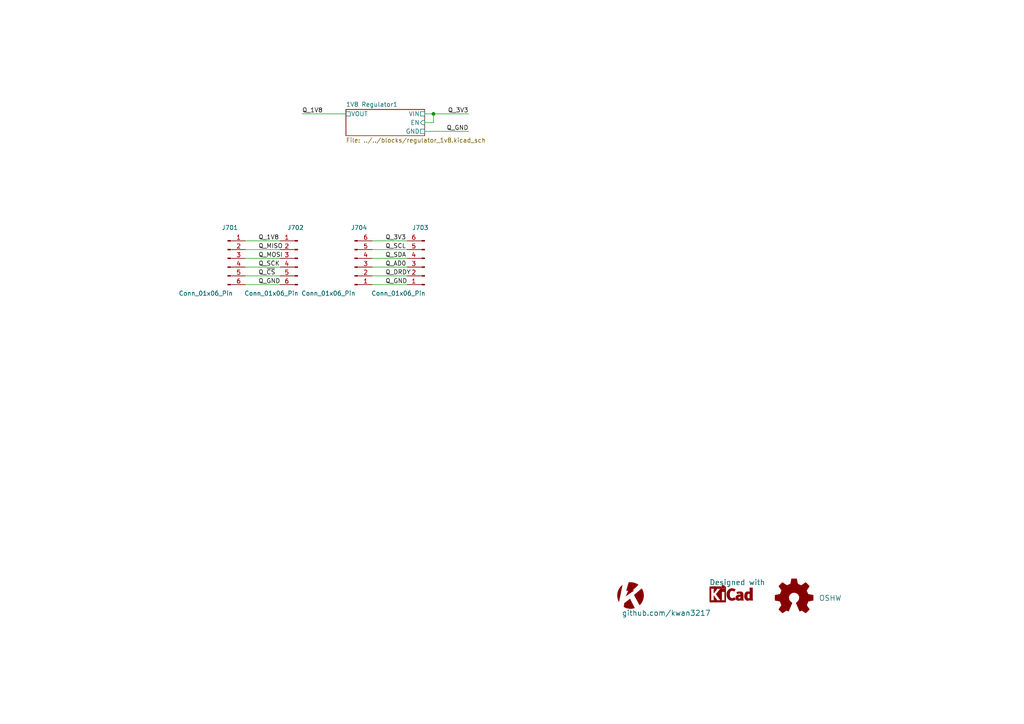
<source format=kicad_sch>
(kicad_sch (version 20230121) (generator eeschema)
  (paper "A4")
  (lib_symbols
    (symbol "Connector:Conn_01x06_Pin" (pin_names (offset 1.016) hide)
      (property "Reference" "J" (at 0 7.62 0))
      (property "Value" "Conn_01x06_Pin" (at 0 -10.16 0))
      (symbol "Conn_01x06_Pin_1_1"
        (polyline (pts (xy 1.27 -7.62) (xy 0.8636 -7.62)) (stroke (width 0.1524)))
        (polyline (pts (xy 1.27 -5.08) (xy 0.8636 -5.08)) (stroke (width 0.1524)))
        (polyline (pts (xy 1.27 -2.54) (xy 0.8636 -2.54)) (stroke (width 0.1524)))
        (polyline (pts (xy 1.27 0) (xy 0.8636 0)) (stroke (width 0.1524)))
        (polyline (pts (xy 1.27 2.54) (xy 0.8636 2.54)) (stroke (width 0.1524)))
        (polyline (pts (xy 1.27 5.08) (xy 0.8636 5.08)) (stroke (width 0.1524)))
        (rectangle (start 0.8636 -7.493) (end 0 -7.747) (stroke (width 0.1524)) (fill (type outline)))
        (rectangle (start 0.8636 -4.953) (end 0 -5.207) (stroke (width 0.1524)) (fill (type outline)))
        (rectangle (start 0.8636 -2.413) (end 0 -2.667) (stroke (width 0.1524)) (fill (type outline)))
        (rectangle (start 0.8636 0.127) (end 0 -0.127) (stroke (width 0.1524)) (fill (type outline)))
        (rectangle (start 0.8636 2.667) (end 0 2.413) (stroke (width 0.1524)) (fill (type outline)))
        (rectangle (start 0.8636 5.207) (end 0 4.953) (stroke (width 0.1524)) (fill (type outline)))
        (pin passive line (at 5.08 5.08 180) (length 3.81) (name "Pin_1") (number "1"))
        (pin passive line (at 5.08 2.54 180) (length 3.81) (name "Pin_2") (number "2"))
        (pin passive line (at 5.08 0 180) (length 3.81) (name "Pin_3") (number "3"))
        (pin passive line (at 5.08 -2.54 180) (length 3.81) (name "Pin_4") (number "4"))
        (pin passive line (at 5.08 -5.08 180) (length 3.81) (name "Pin_5") (number "5"))
        (pin passive line (at 5.08 -7.62 180) (length 3.81) (name "Pin_6") (number "6"))
      )
    )
    (symbol "KwanSystems:DesignedWithKicad" (pin_names (offset 1.016)) (in_bom no)
      (property "Value" "DesignedWithKicad" (at 3.81 -2.54 0))
      (symbol "DesignedWithKicad_0_1"
        (polyline (pts (xy -2.273 4.2434) (xy -2.1768 4.2192) (xy -2.0902 4.1764) (xy -2.0154 4.1166) (xy -1.9544 4.0415) (xy -1.9094 3.9528) (xy -1.8831 3.8565) (xy -1.8773 3.7592) (xy -1.8921 3.6653) (xy -1.9258 3.5775) (xy -1.9765 3.4982) (xy -2.0423 3.4302) (xy -2.1214 3.3759) (xy -2.2119 3.338) (xy -2.2632 3.3256) (xy -2.3077 3.3181) (xy -2.342 3.3151) (xy -2.375 3.3169) (xy -2.4154 3.3238) (xy -2.4485 3.3308) (xy -2.5419 3.3623) (xy -2.6256 3.4134) (xy -2.6977 3.4826) (xy -2.7562 3.5683) (xy -2.7701 3.5955) (xy -2.7866 3.6319) (xy -2.7969 3.6624) (xy -2.8025 3.6946) (xy -2.8047 3.7357) (xy -2.8049 3.7818) (xy -2.8009 3.8661) (xy -2.7874 3.9354) (xy -2.7623 3.996) (xy -2.7228 4.0544) (xy -2.6843 4.0987) (xy -2.6124 4.1645) (xy -2.5373 4.2099) (xy -2.4546 4.2372) (xy -2.3769 4.2474) (xy -2.273 4.2434)) (stroke (width 0.0025)) (fill (type outline)))
        (polyline (pts (xy 0.3284 3.3209) (xy 0.4886 3.2998) (xy 0.6525 3.2596) (xy 0.8223 3.2001) (xy 1 3.1208) (xy 1.0113 3.1153) (xy 1.069 3.0873) (xy 1.1206 3.0632) (xy 1.1622 3.0448) (xy 1.1902 3.0336) (xy 1.1997 3.0311) (xy 1.219 3.0261) (xy 1.2236 3.0219) (xy 1.2185 3.0114) (xy 1.2024 2.9851) (xy 1.1773 2.9457) (xy 1.1449 2.896) (xy 1.1071 2.8387) (xy 1.0658 2.7765) (xy 1.0228 2.7123) (xy 0.9799 2.6487) (xy 0.939 2.5886) (xy 0.902 2.5346) (xy 0.8706 2.4896) (xy 0.8468 2.4563) (xy 0.8323 2.4374) (xy 0.8303 2.4352) (xy 0.8202 2.4399) (xy 0.7978 2.457) (xy 0.7673 2.4836) (xy 0.7515 2.498) (xy 0.655 2.5733) (xy 0.5483 2.6288) (xy 0.4328 2.6639) (xy 0.31 2.6781) (xy 0.2406 2.6769) (xy 0.1194 2.6598) (xy 0.0102 2.6239) (xy -0.0874 2.569) (xy -0.1738 2.4949) (xy -0.2492 2.4013) (xy -0.314 2.2879) (xy -0.3514 2.2013) (xy -0.3953 2.0656) (xy -0.4276 1.9182) (xy -0.4484 1.7627) (xy -0.4579 1.603) (xy -0.4562 1.443) (xy -0.4432 1.2864) (xy -0.4191 1.1371) (xy -0.384 0.9988) (xy -0.3379 0.8753) (xy -0.3216 0.841) (xy -0.2534 0.7269) (xy -0.1729 0.6304) (xy -0.0814 0.5523) (xy 0.0199 0.4934) (xy 0.1299 0.4544) (xy 0.2474 0.4361) (xy 0.2889 0.4348) (xy 0.4104 0.4457) (xy 0.5309 0.4785) (xy 0.6487 0.5326) (xy 0.7623 0.6071) (xy 0.8537 0.6855) (xy 0.9002 0.73) (xy 1.0815 0.4327) (xy 1.1266 0.3586) (xy 1.1678 0.2904) (xy 1.2037 0.2305) (xy 1.2329 0.1816) (xy 1.2538 0.1459) (xy 1.2649 0.126) (xy 1.2664 0.1229) (xy 1.2581 0.1133) (xy 1.2326 0.096) (xy 1.1929 0.0727) (xy 1.1423 0.0451) (xy 1.0841 0.0147) (xy 1.0214 -0.0168) (xy 0.9576 -0.0477) (xy 0.8959 -0.0765) (xy 0.8394 -0.1014) (xy 0.7914 -0.1209) (xy 0.768 -0.1293) (xy 0.6342 -0.1671) (xy 0.4963 -0.1921) (xy 0.3486 -0.2051) (xy 0.2218 -0.2075) (xy 0.1539 -0.2064) (xy 0.0883 -0.2043) (xy 0.0308 -0.2014) (xy -0.0126 -0.1981) (xy -0.0267 -0.1964) (xy -0.1657 -0.1676) (xy -0.3072 -0.1225) (xy -0.4447 -0.0638) (xy -0.5716 0.0059) (xy -0.6491 0.0586) (xy -0.7765 0.1668) (xy -0.8948 0.2933) (xy -1.0018 0.4351) (xy -1.0953 0.589) (xy -1.1732 0.7519) (xy -1.217 0.8692) (xy -1.2673 1.0529) (xy -1.3008 1.2474) (xy -1.3176 1.4487) (xy -1.3176 1.6524) (xy -1.3009 1.8545) (xy -1.2675 2.0506) (xy -1.2174 2.2366) (xy -1.2136 2.2482) (xy -1.1507 2.4103) (xy -1.074 2.5582) (xy -0.9808 2.6961) (xy -0.8685 2.8283) (xy -0.8246 2.8736) (xy -0.6885 2.9975) (xy -0.5485 3.1001) (xy -0.4026 3.1823) (xy -0.2486 3.2454) (xy -0.0843 3.2905) (xy 0.0113 3.308) (xy 0.17 3.3235) (xy 0.3284 3.3209)) (stroke (width 0.0025)) (fill (type outline)))
        (polyline (pts (xy 6.1865 1.7978) (xy 6.1865 1.5633) (xy 6.1866 1.3504) (xy 6.1866 1.1578) (xy 6.1868 0.9845) (xy 6.1871 0.8294) (xy 6.1875 0.6914) (xy 6.1882 0.5693) (xy 6.189 0.4621) (xy 6.1902 0.3687) (xy 6.1917 0.2879) (xy 6.1935 0.2187) (xy 6.1958 0.16) (xy 6.1985 0.1106) (xy 6.2016 0.0695) (xy 6.2053 0.0356) (xy 6.2095 0.0077) (xy 6.2143 -0.0152) (xy 6.2198 -0.0342) (xy 6.2259 -0.0505) (xy 6.2327 -0.0652) (xy 6.2403 -0.0792) (xy 6.2486 -0.0939) (xy 6.2538 -0.103) (xy 6.2881 -0.1637) (xy 5.43 -0.1637) (xy 5.43 -0.0677) (xy 5.4292 -0.0244) (xy 5.4273 0.0088) (xy 5.4245 0.0266) (xy 5.4232 0.0282) (xy 5.4118 0.0213) (xy 5.3891 0.0035) (xy 5.3664 -0.0159) (xy 5.3118 -0.0566) (xy 5.2423 -0.0976) (xy 5.1653 -0.1351) (xy 5.088 -0.1654) (xy 5.0571 -0.175) (xy 4.9886 -0.1896) (xy 4.9058 -0.1995) (xy 4.8164 -0.2046) (xy 4.7282 -0.2044) (xy 4.6492 -0.1987) (xy 4.6115 -0.1929) (xy 4.4734 -0.1548) (xy 4.3461 -0.0971) (xy 4.2303 -0.0202) (xy 4.1266 0.0753) (xy 4.0358 0.1888) (xy 3.969 0.2996) (xy 3.9142 0.4164) (xy 3.8722 0.5357) (xy 3.8422 0.6617) (xy 3.8233 0.7984) (xy 3.8147 0.9498) (xy 3.814 1.0273) (xy 3.8161 1.0841) (xy 4.6452 1.0841) (xy 4.6454 0.991) (xy 4.6483 0.9033) (xy 4.654 0.8262) (xy 4.6625 0.765) (xy 4.665 0.7526) (xy 4.6968 0.6454) (xy 4.7385 0.5583) (xy 4.7904 0.4914) (xy 4.8528 0.4442) (xy 4.9261 0.4166) (xy 5.0107 0.4085) (xy 5.1068 0.4194) (xy 5.1703 0.4352) (xy 5.2195 0.4534) (xy 5.2736 0.4792) (xy 5.3142 0.5029) (xy 5.3848 0.5493) (xy 5.3848 1.6995) (xy 5.3174 1.743) (xy 5.2389 1.784) (xy 5.1547 1.8106) (xy 5.0696 1.8225) (xy 4.9882 1.8193) (xy 4.9154 1.8004) (xy 4.8834 1.7848) (xy 4.8255 1.7418) (xy 4.7765 1.685) (xy 4.7354 1.6124) (xy 4.7009 1.5219) (xy 4.6718 1.4113) (xy 4.6706 1.4055) (xy 4.6604 1.3432) (xy 4.6527 1.2654) (xy 4.6477 1.1773) (xy 4.6452 1.0841) (xy 3.8161 1.0841) (xy 3.8219 1.2401) (xy 3.8438 1.4359) (xy 3.8798 1.6147) (xy 3.9298 1.7762) (xy 3.9937 1.9203) (xy 4.0715 2.0469) (xy 4.1631 2.1559) (xy 4.2685 2.2471) (xy 4.3137 2.2781) (xy 4.4146 2.3342) (xy 4.5179 2.3738) (xy 4.628 2.398) (xy 4.7493 2.4078) (xy 4.8418 2.4067) (xy 4.9715 2.3958) (xy 5.0841 2.374) (xy 5.1829 2.3403) (xy 5.2711 2.2938) (xy 5.32 2.2596) (xy 5.3494 2.2376) (xy 5.371 2.2227) (xy 5.3793 2.2183) (xy 5.3809 2.2291) (xy 5.3822 2.2597) (xy 5.3831 2.3075) (xy 5.3838 2.3695) (xy 5.3842 2.4431) (xy 5.3843 2.5256) (xy 5.3842 2.6141) (xy 5.3838 2.7059) (xy 5.3832 2.7983) (xy 5.3823 2.8885) (xy 5.3813 2.9737) (xy 5.38 3.0513) (xy 5.3786 3.1184) (xy 5.3769 3.1724) (xy 5.3752 3.2104) (xy 5.3747 3.2173) (xy 5.3671 3.2877) (xy 5.3555 3.3429) (xy 5.3378 3.39) (xy 5.3117 3.4364) (xy 5.3054 3.4459) (xy 5.281 3.4826) (xy 6.1863 3.4826) (xy 6.1865 1.7978)) (stroke (width 0.0025)) (fill (type outline)))
        (polyline (pts (xy 2.6736 2.4034) (xy 2.8255 2.3834) (xy 2.9608 2.3498) (xy 3.0802 2.3023) (xy 3.1848 2.2406) (xy 3.2624 2.177) (xy 3.3313 2.1029) (xy 3.385 2.0231) (xy 3.4279 1.9309) (xy 3.4434 1.8878) (xy 3.4562 1.8489) (xy 3.4674 1.8127) (xy 3.4771 1.7776) (xy 3.4854 1.7416) (xy 3.4924 1.703) (xy 3.4983 1.6598) (xy 3.5031 1.6104) (xy 3.5071 1.5527) (xy 3.5103 1.4851) (xy 3.5129 1.4057) (xy 3.5151 1.3126) (xy 3.5168 1.204) (xy 3.5183 1.0781) (xy 3.5198 0.933) (xy 3.521 0.7902) (xy 3.5224 0.634) (xy 3.5236 0.4988) (xy 3.5248 0.3828) (xy 3.5261 0.2844) (xy 3.5277 0.2019) (xy 3.5297 0.1338) (xy 3.5322 0.0782) (xy 3.5353 0.0337) (xy 3.5391 -0.0015) (xy 3.5439 -0.029) (xy 3.5496 -0.0506) (xy 3.5565 -0.0677) (xy 3.5647 -0.0822) (xy 3.5742 -0.0956) (xy 3.5853 -0.1096) (xy 3.5896 -0.1151) (xy 3.6054 -0.1379) (xy 3.6124 -0.1535) (xy 3.6124 -0.1539) (xy 3.6016 -0.1561) (xy 3.5706 -0.1581) (xy 3.522 -0.1599) (xy 3.4582 -0.1615) (xy 3.3817 -0.1626) (xy 3.2949 -0.1634) (xy 3.2005 -0.1637) (xy 3.1896 -0.1637) (xy 2.7667 -0.1637) (xy 2.7634 -0.0676) (xy 2.7601 0.0284) (xy 2.698 -0.0225) (xy 2.6007 -0.0901) (xy 2.4908 -0.1447) (xy 2.4043 -0.175) (xy 2.3353 -0.1897) (xy 2.2519 -0.1997) (xy 2.1622 -0.2046) (xy 2.0738 -0.2043) (xy 1.9949 -0.1984) (xy 1.9586 -0.1926) (xy 1.8186 -0.1548) (xy 1.6922 -0.0999) (xy 1.5803 -0.0289) (xy 1.4838 0.0574) (xy 1.4036 0.1583) (xy 1.3407 0.2729) (xy 1.2963 0.399) (xy 1.284 0.4556) (xy 1.2764 0.5178) (xy 1.2727 0.5926) (xy 1.2722 0.6265) (xy 1.2723 0.6297) (xy 2.0322 0.6297) (xy 2.0415 0.5547) (xy 2.0697 0.4908) (xy 2.1182 0.4352) (xy 2.1233 0.4308) (xy 2.1715 0.396) (xy 2.2233 0.3734) (xy 2.284 0.3615) (xy 2.3594 0.3586) (xy 2.3775 0.359) (xy 2.4313 0.3617) (xy 2.4713 0.3671) (xy 2.5063 0.3773) (xy 2.5451 0.3941) (xy 2.5557 0.3993) (xy 2.6164 0.4352) (xy 2.6632 0.4778) (xy 2.676 0.493) (xy 2.7206 0.5495) (xy 2.7206 0.7454) (xy 2.7201 0.8241) (xy 2.7184 0.882) (xy 2.7154 0.9211) (xy 2.7111 0.9433) (xy 2.707 0.9497) (xy 2.691 0.9529) (xy 2.6573 0.9555) (xy 2.6103 0.9573) (xy 2.555 0.9581) (xy 2.5461 0.9582) (xy 2.4253 0.9529) (xy 2.3227 0.9367) (xy 2.2361 0.909) (xy 2.1637 0.8692) (xy 2.1088 0.8222) (xy 2.0642 0.7644) (xy 2.0395 0.7013) (xy 2.0322 0.6297) (xy 1.2723 0.6297) (xy 1.2742 0.7203) (xy 1.2825 0.7992) (xy 1.2988 0.8704) (xy 1.3244 0.9411) (xy 1.3484 0.9935) (xy 1.407 1.0888) (xy 1.4851 1.1768) (xy 1.5803 1.256) (xy 1.6902 1.3247) (xy 1.8125 1.3813) (xy 1.9448 1.4242) (xy 2.0094 1.4391) (xy 2.1456 1.4612) (xy 2.294 1.4758) (xy 2.4455 1.4822) (xy 2.5721 1.4806) (xy 2.734 1.4738) (xy 2.7265 1.5328) (xy 2.7072 1.6319) (xy 2.6761 1.7126) (xy 2.6323 1.7755) (xy 2.5749 1.8212) (xy 2.503 1.8504) (xy 2.4159 1.8636) (xy 2.3127 1.8614) (xy 2.2747 1.8574) (xy 2.1335 1.8322) (xy 1.9967 1.7912) (xy 1.9022 1.7532) (xy 1.857 1.7338) (xy 1.8186 1.7182) (xy 1.7922 1.7086) (xy 1.7845 1.7065) (xy 1.7748 1.7156) (xy 1.7581 1.7446) (xy 1.7342 1.7938) (xy 1.7031 1.8635) (xy 1.6645 1.9541) (xy 1.6579 1.9699) (xy 1.6279 2.0422) (xy 1.6009 2.1076) (xy 1.5781 2.1631) (xy 1.5608 2.2059) (xy 1.55 2.2332) (xy 1.5469 2.2421) (xy 1.5569 2.2468) (xy 1.5832 2.2521) (xy 1.6115 2.2558) (xy 1.6416 2.2605) (xy 1.6894 2.27) (xy 1.7506 2.2832) (xy 1.8209 2.2992) (xy 1.8962 2.3172) (xy 1.9248 2.3242) (xy 2.0298 2.3498) (xy 2.1175 2.3699) (xy 2.1921 2.385) (xy 2.2579 2.396) (xy 2.3193 2.4033) (xy 2.3806 2.4077) (xy 2.4461 2.4097) (xy 2.5041 2.4101) (xy 2.6736 2.4034)) (stroke (width 0.0025)) (fill (type outline)))
        (polyline (pts (xy -2.9464 3.7809) (xy -2.9355 3.667) (xy -2.9039 3.5594) (xy -2.853 3.4604) (xy -2.7843 3.3723) (xy -2.6992 3.2975) (xy -2.6022 3.2396) (xy -2.496 3.2) (xy -2.389 3.1814) (xy -2.2833 3.1826) (xy -2.1811 3.2021) (xy -2.0845 3.2386) (xy -1.9956 3.2908) (xy -1.9165 3.3573) (xy -1.8494 3.4368) (xy -1.7962 3.528) (xy -1.7592 3.6295) (xy -1.7404 3.7399) (xy -1.7385 3.7898) (xy -1.7385 3.8777) (xy -1.6866 3.8777) (xy -1.6503 3.8749) (xy -1.6234 3.8631) (xy -1.5962 3.8394) (xy -1.5579 3.801) (xy -1.5579 1.6094) (xy -1.5579 1.3473) (xy -1.5579 1.1068) (xy -1.558 0.887) (xy -1.5581 0.6869) (xy -1.5582 0.5057) (xy -1.5584 0.3423) (xy -1.5587 0.1958) (xy -1.5591 0.0654) (xy -1.5595 -0.05) (xy -1.56 -0.1513) (xy -1.5606 -0.2395) (xy -1.5613 -0.3154) (xy -1.5621 -0.3801) (xy -1.5631 -0.4344) (xy -1.5642 -0.4793) (xy -1.5654 -0.5157) (xy -1.5667 -0.5447) (xy -1.5683 -0.5671) (xy -1.5699 -0.5838) (xy -1.5718 -0.5959) (xy -1.5738 -0.6042) (xy -1.576 -0.6097) (xy -1.5771 -0.6115) (xy -1.5813 -0.6185) (xy -1.5848 -0.625) (xy -1.5886 -0.6309) (xy -1.5937 -0.6363) (xy -1.6009 -0.6412) (xy -1.6111 -0.6456) (xy -1.6254 -0.6496) (xy -1.6445 -0.6531) (xy -1.6695 -0.6563) (xy -1.7012 -0.659) (xy -1.7407 -0.6615) (xy -1.7887 -0.6636) (xy -1.8462 -0.6653) (xy -1.9142 -0.6668) (xy -1.9936 -0.6681) (xy -2.0853 -0.6691) (xy -2.1902 -0.6699) (xy -2.3092 -0.6705) (xy -2.4433 -0.6709) (xy -2.5934 -0.6712) (xy -2.7604 -0.6714) (xy -2.9452 -0.6715) (xy -3.1488 -0.6715) (xy -3.3721 -0.6715) (xy -3.6159 -0.6715) (xy -3.8813 -0.6714) (xy -3.9197 -0.6714) (xy -4.1867 -0.6714) (xy -4.432 -0.6713) (xy -4.6566 -0.6712) (xy -4.8613 -0.6711) (xy -5.0472 -0.6709) (xy -5.2151 -0.6706) (xy -5.3659 -0.6703) (xy -5.5006 -0.6699) (xy -5.62 -0.6694) (xy -5.7252 -0.6689) (xy -5.817 -0.6683) (xy -5.8963 -0.6675) (xy -5.964 -0.6667) (xy -6.0212 -0.6657) (xy -6.0686 -0.6646) (xy -6.1073 -0.6634) (xy -6.138 -0.662) (xy -6.1619 -0.6606) (xy -6.1797 -0.6589) (xy -6.1924 -0.6571) (xy -6.2009 -0.6551) (xy -6.2053 -0.6535) (xy -6.2137 -0.6499) (xy -6.2215 -0.6473) (xy -6.2286 -0.6446) (xy -6.2351 -0.6411) (xy -6.2409 -0.6356) (xy -6.2462 -0.6274) (xy -6.251 -0.6154) (xy -6.2552 -0.5987) (xy -6.2589 -0.5765) (xy -6.2622 -0.5477) (xy -6.2651 -0.5114) (xy -6.2675 -0.4667) (xy -6.2696 -0.4126) (xy -6.2714 -0.3483) (xy -6.2728 -0.2727) (xy -6.274 -0.185) (xy -6.2749 -0.0842) (xy -6.2756 0.0306) (xy -6.2761 0.1603) (xy -6.2764 0.306) (xy -6.2766 0.4685) (xy -6.2767 0.6487) (xy -6.2767 0.8476) (xy -6.2767 1.0662) (xy -6.2766 1.3053) (xy -6.2766 1.566) (xy -6.2766 1.6081) (xy -6.2766 1.871) (xy -6.2767 2.1123) (xy -6.2767 2.3328) (xy -6.2766 2.5336) (xy -6.2765 2.7157) (xy -6.2764 2.8798) (xy -6.2761 3.027) (xy -6.2756 3.1582) (xy -6.275 3.2681) (xy -5.9722 3.2681) (xy -5.9324 3.2103) (xy -5.9212 3.1945) (xy -5.9112 3.1806) (xy -5.9021 3.1672) (xy -5.8941 3.1533) (xy -5.887 3.1376) (xy -5.8807 3.119) (xy -5.8753 3.0963) (xy -5.8707 3.0683) (xy -5.8667 3.0337) (xy -5.8634 2.9915) (xy -5.8607 2.9404) (xy -5.8585 2.8793) (xy -5.8567 2.8069) (xy -5.8554 2.722) (xy -5.8545 2.6236) (xy -5.8539 2.5103) (xy -5.8535 2.3811) (xy -5.8533 2.2347) (xy -5.8532 2.0699) (xy -5.8532 1.8856) (xy -5.8533 1.6805) (xy -5.8533 1.5579) (xy -5.8533 1.3409) (xy -5.8532 1.1454) (xy -5.8532 0.97) (xy -5.8534 0.8137) (xy -5.8536 0.6751) (xy -5.8541 0.5533) (xy -5.8549 0.4468) (xy -5.856 0.3547) (xy -5.8574 0.2756) (xy -5.8593 0.2084) (xy -5.8617 0.1519) (xy -5.8647 0.1049) (xy -5.8683 0.0662) (xy -5.8725 0.0347) (xy -5.8774 0.0091) (xy -5.8832 -0.0117) (xy -5.8897 -0.0289) (xy -5.8972 -0.0438) (xy -5.9056 -0.0574) (xy -5.915 -0.0711) (xy -5.9254 -0.0859) (xy -5.9315 -0.0948) (xy -5.9703 -0.1524) (xy -5.4387 -0.1524) (xy -5.3155 -0.1524) (xy -5.213 -0.1522) (xy -5.1294 -0.1519) (xy -5.063 -0.1513) (xy -5.0118 -0.1504) (xy -4.974 -0.1491) (xy -4.9479 -0.1473) (xy -4.9316 -0.145) (xy -4.9233 -0.142) (xy -4.9212 -0.1384) (xy -4.9233 -0.1341) (xy -4.9245 -0.1326) (xy -4.9497 -0.0956) (xy -4.9756 -0.0428) (xy -4.9992 0.0192) (xy -5.0075 0.0456) (xy -5.0121 0.0636) (xy -5.016 0.0846) (xy -5.0192 0.1109) (xy -5.022 0.1445) (xy -5.0242 0.1874) (xy -5.0261 0.2418) (xy -5.0276 0.3097) (xy -5.029 0.3933) (xy -5.0302 0.4946) (xy -5.0313 0.6157) (xy -5.0317 0.6604) (xy -5.0327 0.7856) (xy -5.0335 0.8899) (xy -5.0339 0.9753) (xy -5.034 1.0435) (xy -5.0336 1.0962) (xy -5.0327 1.1354) (xy -5.0313 1.1627) (xy -5.0293 1.18) (xy -5.0266 1.1891) (xy -5.0232 1.1917) (xy -5.019 1.1896) (xy -5.0146 1.1853) (xy -5.0042 1.1724) (xy -4.9822 1.1433) (xy -4.95 1.1002) (xy -4.9092 1.0453) (xy -4.8614 0.9806) (xy -4.8081 0.9083) (xy -4.7509 0.8305) (xy -4.6914 0.7493) (xy -4.6312 0.6669) (xy -4.5717 0.5855) (xy -4.5145 0.507) (xy -4.4612 0.4338) (xy -4.4135 0.3679) (xy -4.3727 0.3113) (xy -4.3405 0.2664) (xy -4.3185 0.2352) (xy -4.3139 0.2285) (xy -4.291 0.1916) (xy -4.2642 0.1436) (xy -4.2388 0.0941) (xy -4.2356 0.0874) (xy -4.2139 0.0392) (xy -4.2013 0.0017) (xy -4.1956 -0.0342) (xy -4.1945 -0.0762) (xy -4.1951 -0.1524) (xy -3.0407 -0.1524) (xy -3.1318 -0.0587) (xy -3.1786 -0.0088) (xy -3.2289 0.0477) (xy -3.2749 0.102) (xy -3.2954 0.1273) (xy -3.3258 0.1669) (xy -3.3659 0.2201) (xy -3.4144 0.2853) (xy -3.4701 0.361) (xy -3.532 0.4454) (xy -3.5988 0.537) (xy -3.6694 0.6341) (xy -3.7425 0.7351) (xy -3.8171 0.8383) (xy -3.8919 0.9422) (xy -3.9658 1.0451) (xy -4.0376 1.1454) (xy -4.1062 1.2414) (xy -4.1703 1.3315) (xy -4.2288 1.4141) (xy -4.2805 1.4875) (xy -4.3242 1.5502) (xy -4.3589 1.6004) (xy -4.3832 1.6367) (xy -4.3961 1.6572) (xy -4.3979 1.6613) (xy -4.3899 1.6727) (xy -4.3691 1.6998) (xy -4.3368 1.7412) (xy -4.2945 1.795) (xy -4.2433 1.8595) (xy -4.1848 1.9331) (xy -4.1203 2.014) (xy -4.0511 2.1006) (xy -3.9787 2.1912) (xy -3.9042 2.2839) (xy -3.8445 2.3583) (xy -2.8335 2.3583) (xy -2.8276 2.3453) (xy -2.8133 2.3231) (xy -2.8122 2.3216) (xy -2.7934 2.2915) (xy -2.7738 2.2546) (xy -2.7699 2.2465) (xy -2.7664 2.2381) (xy -2.7632 2.2279) (xy -2.7605 2.2147) (xy -2.7581 2.1971) (xy -2.756 2.1735) (xy -2.7542 2.1427) (xy -2.7527 2.1032) (xy -2.7514 2.0537) (xy -2.7503 1.9928) (xy -2.7494 1.919) (xy -2.7486 1.831) (xy -2.7479 1.7273) (xy -2.7474 1.6067) (xy -2.7468 1.4676) (xy -2.7463 1.3088) (xy -2.7457 1.1299) (xy -2.7452 0.9448) (xy -2.7448 0.7809) (xy -2.7445 0.6367) (xy -2.7445 0.5109) (xy -2.7448 0.4021) (xy -2.7454 0.3089) (xy -2.7465 0.2299) (xy -2.7481 0.1637) (xy -2.7503 0.1088) (xy -2.7531 0.064) (xy -2.7567 0.0277) (xy -2.761 -0.0013) (xy -2.7661 -0.0246) (xy -2.7722 -0.0435) (xy -2.7792 -0.0594) (xy -2.7873 -0.0736) (xy -2.7965 -0.0877) (xy -2.805 -0.1002) (xy -2.8222 -0.1265) (xy -2.8323 -0.144) (xy -2.8335 -0.1473) (xy -2.8226 -0.1483) (xy -2.7914 -0.1493) (xy -2.7422 -0.1502) (xy -2.6773 -0.151) (xy -2.599 -0.1516) (xy -2.5096 -0.1521) (xy -2.4114 -0.1523) (xy -2.3424 -0.1524) (xy -2.2375 -0.1522) (xy -2.1406 -0.1515) (xy -2.0541 -0.1505) (xy -1.9801 -0.1492) (xy -1.9209 -0.1476) (xy -1.8785 -0.1458) (xy -1.8553 -0.1438) (xy -1.8514 -0.1425) (xy -1.8591 -0.1276) (xy -1.8671 -0.1196) (xy -1.8802 -0.1024) (xy -1.8975 -0.0722) (xy -1.9094 -0.0476) (xy -1.936 0.0113) (xy -1.9391 1.1882) (xy -1.9422 2.365) (xy -2.3879 2.365) (xy -2.4857 2.3649) (xy -2.5761 2.3644) (xy -2.6566 2.3637) (xy -2.725 2.3627) (xy -2.7787 2.3615) (xy -2.8153 2.3602) (xy -2.8325 2.3588) (xy -2.8335 2.3583) (xy -3.8445 2.3583) (xy -3.8293 2.3773) (xy -3.7551 2.4695) (xy -3.6831 2.5588) (xy -3.6146 2.6436) (xy -3.551 2.7221) (xy -3.4936 2.7927) (xy -3.4438 2.8536) (xy -3.4031 2.9032) (xy -3.3859 2.9238) (xy -3.2996 3.0245) (xy -3.223 3.1077) (xy -3.1542 3.1756) (xy -3.0912 3.2299) (xy -3.0819 3.2373) (xy -3.0424 3.2679) (xy -4.1741 3.2681) (xy -4.1688 3.2202) (xy -4.1721 3.1628) (xy -4.1937 3.0945) (xy -4.2336 3.0148) (xy -4.2789 2.9425) (xy -4.2952 2.9199) (xy -4.3232 2.8823) (xy -4.3614 2.832) (xy -4.4081 2.771) (xy -4.4617 2.7016) (xy -4.5203 2.6258) (xy -4.5825 2.5458) (xy -4.6464 2.4638) (xy -4.7105 2.3818) (xy -4.773 2.3021) (xy -4.8323 2.2267) (xy -4.8868 2.1578) (xy -4.9346 2.0976) (xy -4.9743 2.0481) (xy -5.004 2.0116) (xy -5.0222 1.9901) (xy -5.0252 1.9868) (xy -5.0281 1.9949) (xy -5.0303 2.0251) (xy -5.0319 2.0774) (xy -5.0328 2.1515) (xy -5.033 2.2469) (xy -5.0326 2.3636) (xy -5.0317 2.4836) (xy -5.0304 2.6157) (xy -5.0289 2.7274) (xy -5.0269 2.821) (xy -5.0242 2.8986) (xy -5.0206 2.9624) (xy -5.0158 3.0147) (xy -5.0095 3.0577) (xy -5.0015 3.0934) (xy -4.9916 3.1243) (xy -4.9795 3.1524) (xy -4.965 3.18) (xy -4.9503 3.205) (xy -4.9123 3.2681) (xy -5.9722 3.2681) (xy -6.275 3.2681) (xy -6.275 3.2744) (xy -6.2742 3.3765) (xy -6.2732 3.4654) (xy -6.2719 3.5421) (xy -6.2704 3.6075) (xy -6.2685 3.6626) (xy -6.2664 3.7082) (xy -6.2639 3.7455) (xy -6.261 3.7752) (xy -6.2577 3.7983) (xy -6.254 3.8159) (xy -6.2499 3.8287) (xy -6.2452 3.8378) (xy -6.2401 3.8441) (xy -6.2345 3.8485) (xy -6.2283 3.852) (xy -6.2215 3.8556) (xy -6.2155 3.8591) (xy -6.2103 3.8617) (xy -6.2021 3.864) (xy -6.1899 3.8661) (xy -6.1725 3.868) (xy -6.149 3.8697) (xy -6.1181 3.8711) (xy -6.0788 3.8724) (xy -6.03 3.8735) (xy -5.9705 3.8744) (xy -5.8994 3.8752) (xy -5.8155 3.8759) (xy -5.7177 3.8764) (xy -5.6049 3.8768) (xy -5.476 3.8772) (xy -5.33 3.8774) (xy -5.1657 3.8776) (xy -4.982 3.8777) (xy -4.7779 3.8777) (xy -4.5668 3.8777) (xy -2.9464 3.8777) (xy -2.9464 3.7809)) (stroke (width 0.0025)) (fill (type outline)))
      )
    )
    (symbol "KwanSystems:KwanSystems" (pin_names (offset 1.016)) (in_bom no)
      (property "Value" "KwanSystems" (at 0 -5.08 0))
      (symbol "KwanSystems_0_1"
        (polyline (pts (xy 0.3018 3.8025) (xy 0.5462 3.7744) (xy 0.7854 3.7321) (xy 1.0193 3.6754) (xy 1.2478 3.6045) (xy 1.4711 3.5193) (xy 1.689 3.4198) (xy 1.9015 3.3061) (xy 2.1085 3.1781) (xy 2.2308 3.09) (xy 0.4924 1.42) (xy 0.9508 1.42) (xy -1.31 -0.12) (xy -0.5992 1.42) (xy -1.1938 1.42) (xy -0.5192 3.78) (xy -0.3885 3.7927) (xy -0.1814 3.8059) (xy 0.0333 3.811)) (stroke (width 0.0025)) (fill (type outline)))
        (polyline (pts (xy 1.2117 -3.611) (xy 1.1805 -3.6269) (xy 1.1201 -3.6454) (xy 1.0517 -3.6655) (xy 0.8462 -3.7189) (xy 0.6348 -3.7604) (xy 0.4156 -3.7905) (xy 0.3277 -3.7992) (xy 0.1234 -3.8081) (xy 0.0408 -3.8091) (xy -0.0437 -3.8092) (xy -0.1265 -3.8082) (xy -0.3391 -3.7989) (xy -0.5799 -3.7695) (xy -0.8161 -3.7257) (xy -1.0478 -3.6672) (xy -1.2753 -3.5942) (xy -1.4987 -3.5065) (xy -1.6599 -3.4329) (xy -1.8371 -3.3426) (xy -1.9342 -3.2879) (xy -1.78 -2.25) (xy -0.12 -0.95)) (stroke (width 0.0025)) (fill (type outline)))
        (polyline (pts (xy -3.33 -1.85) (xy -3.4035 -1.7216) (xy -3.5014 -1.5107) (xy -3.5664 -1.3527) (xy -3.641 -1.1379) (xy -3.7016 -0.923) (xy -3.7485 -0.7062) (xy -3.782 -0.486) (xy -3.8025 -0.2605) (xy -3.8102 -0.0281) (xy -3.8103 0) (xy -3.8029 0.2742) (xy -3.7787 0.5215) (xy -3.7379 0.7583) (xy -3.6926 0.9566) (xy -3.6383 1.1468) (xy -3.5739 1.3326) (xy -3.4979 1.5178) (xy -3.4219 1.6804) (xy -3.3272 1.8622) (xy -3.2273 2.0324) (xy -3.1205 2.1935) (xy -3.0049 2.3481) (xy -2.8787 2.4988) (xy -2.7399 2.6482) (xy -2.6018 2.7839) (xy -2.4691 2.9048) (xy -2.33 3.02)) (stroke (width 0.0025)) (fill (type outline)))
        (polyline (pts (xy 3.337 1.8449) (xy 3.4183 1.6918) (xy 3.5168 1.4771) (xy 3.6016 1.2562) (xy 3.6727 1.0287) (xy 3.73 0.7948) (xy 3.7737 0.5541) (xy 3.7919 0.4191) (xy 3.7965 0.3713) (xy 3.8004 0.3111) (xy 3.8037 0.2415) (xy 3.8062 0.1653) (xy 3.808 0.0853) (xy 3.8091 0.0045) (xy 3.8092 -0.0742) (xy 3.8085 -0.148) (xy 3.8068 -0.214) (xy 3.8042 -0.2693) (xy 3.8033 -0.2821) (xy 3.7774 -0.5241) (xy 3.7368 -0.7619) (xy 3.6819 -0.9952) (xy 3.6126 -1.2235) (xy 3.5291 -1.4466) (xy 3.4316 -1.664) (xy 3.3202 -1.8755) (xy 3.1951 -2.0807) (xy 3.0563 -2.2792) (xy 2.918 -2.4541) (xy 2.7919 -2.5949) (xy 2.62 -2.77) (xy 1.07 0.12) (xy 3.24 2.01)) (stroke (width 0.0025)) (fill (type outline)))
      )
    )
    (symbol "KwanSystems:OSHW" (pin_names (offset 1.016)) (in_bom no)
      (property "Value" "OSHW" (at 10.16 1.27 0))
      (symbol "OSHW_0_1"
        (polyline (pts (xy 3.81 -3.81) (xy 3.7592 -3.7846) (xy 3.6322 -3.7084) (xy 3.4544 -3.5814) (xy 3.2258 -3.429) (xy 2.9972 -3.2766) (xy 2.8194 -3.175) (xy 2.6924 -3.0734) (xy 2.6416 -3.048) (xy 2.6162 -3.0734) (xy 2.5146 -3.1242) (xy 2.3622 -3.2004) (xy 2.2606 -3.2512) (xy 2.1336 -3.302) (xy 2.0574 -3.302) (xy 2.0574 -3.302) (xy 2.0066 -3.2004) (xy 1.9304 -2.9972) (xy 1.8034 -2.7686) (xy 1.7018 -2.4892) (xy 1.5748 -2.1844) (xy 1.4224 -1.8796) (xy 1.3208 -1.5748) (xy 1.1938 -1.2954) (xy 1.1176 -1.0922) (xy 1.0668 -0.9398) (xy 1.0414 -0.8636) (xy 1.0414 -0.8636) (xy 1.1176 -0.7874) (xy 1.2446 -0.7112) (xy 1.4986 -0.4826) (xy 1.7526 -0.1524) (xy 1.905 0.2032) (xy 1.9812 0.6096) (xy 1.9304 0.9906) (xy 1.778 1.3462) (xy 1.524 1.6764) (xy 1.2192 1.905) (xy 0.8636 2.0574) (xy 0.4572 2.1082) (xy 0.0762 2.0828) (xy -0.2794 1.9304) (xy -0.6096 1.6764) (xy -0.762 1.524) (xy -0.9398 1.1938) (xy -1.0668 0.8382) (xy -1.0668 0.762) (xy -1.0414 0.3556) (xy -0.9398 0) (xy -0.7366 -0.3302) (xy -0.4572 -0.6096) (xy -0.4064 -0.635) (xy -0.2794 -0.7366) (xy -0.1778 -0.8128) (xy -0.127 -0.8636) (xy -0.6096 -2.0574) (xy -0.6858 -2.2606) (xy -0.8382 -2.5908) (xy -0.9398 -2.8702) (xy -1.0414 -3.0988) (xy -1.1176 -3.2512) (xy -1.143 -3.302) (xy -1.143 -3.302) (xy -1.1938 -3.302) (xy -1.27 -3.2766) (xy -1.4478 -3.2004) (xy -1.5494 -3.1496) (xy -1.6764 -3.0734) (xy -1.7526 -3.048) (xy -1.8034 -3.0734) (xy -1.905 -3.1496) (xy -2.0828 -3.2766) (xy -2.3114 -3.429) (xy -2.5146 -3.556) (xy -2.6924 -3.683) (xy -2.8448 -3.7846) (xy -2.8956 -3.81) (xy -2.921 -3.81) (xy -2.9718 -3.7846) (xy -3.0734 -3.683) (xy -3.2512 -3.5306) (xy -3.4798 -3.302) (xy -3.5052 -3.2766) (xy -3.7084 -3.0734) (xy -3.8608 -2.921) (xy -3.9624 -2.794) (xy -3.9878 -2.7432) (xy -3.9878 -2.7432) (xy -3.9624 -2.6924) (xy -3.8608 -2.54) (xy -3.7592 -2.3622) (xy -3.6068 -2.1336) (xy -3.2004 -1.5494) (xy -3.429 -1.016) (xy -3.4798 -0.8382) (xy -3.5814 -0.635) (xy -3.6322 -0.508) (xy -3.6576 -0.4318) (xy -3.7338 -0.4064) (xy -3.8608 -0.381) (xy -4.0894 -0.3302) (xy -4.3434 -0.2794) (xy -4.5974 -0.254) (xy -4.8006 -0.2032) (xy -4.9784 -0.1778) (xy -5.0546 -0.1524) (xy -5.0546 -0.1524) (xy -5.08 -0.1016) (xy -5.08 -0.0254) (xy -5.08 0.1016) (xy -5.1054 0.3048) (xy -5.1054 0.6096) (xy -5.1054 0.6604) (xy -5.08 0.9398) (xy -5.08 1.1684) (xy -5.08 1.2954) (xy -5.08 1.3716) (xy -5.08 1.3716) (xy -5.0038 1.3716) (xy -4.8514 1.4224) (xy -4.6228 1.4478) (xy -4.3688 1.4986) (xy -4.3434 1.524) (xy -4.0894 1.5748) (xy -3.8608 1.6002) (xy -3.7084 1.651) (xy -3.6322 1.6764) (xy -3.6322 1.6764) (xy -3.5814 1.778) (xy -3.5052 1.9558) (xy -3.4036 2.159) (xy -3.3274 2.3622) (xy -3.2512 2.54) (xy -3.2004 2.6924) (xy -3.175 2.7432) (xy -3.175 2.7432) (xy -3.2258 2.8194) (xy -3.302 2.9464) (xy -3.429 3.1242) (xy -3.6068 3.3528) (xy -3.6068 3.3782) (xy -3.7592 3.6068) (xy -3.8862 3.7846) (xy -3.9624 3.9116) (xy -3.9878 3.9878) (xy -3.9878 3.9878) (xy -3.937 4.0386) (xy -3.8354 4.1656) (xy -3.6576 4.3434) (xy -3.4798 4.5466) (xy -3.4036 4.5974) (xy -3.2004 4.826) (xy -3.048 4.953) (xy -2.9464 5.0292) (xy -2.8956 5.0546) (xy -2.8956 5.0546) (xy -2.8448 5.0038) (xy -2.6924 4.9022) (xy -2.5146 4.7752) (xy -2.286 4.6228) (xy -2.2606 4.6228) (xy -2.032 4.4704) (xy -1.8542 4.3434) (xy -1.7272 4.2418) (xy -1.6764 4.2164) (xy -1.651 4.2164) (xy -1.5748 4.2418) (xy -1.397 4.2926) (xy -1.2192 4.3688) (xy -1.016 4.4704) (xy -0.8128 4.5466) (xy -0.6858 4.5974) (xy -0.6096 4.6482) (xy -0.6096 4.6482) (xy -0.5842 4.7244) (xy -0.5588 4.8768) (xy -0.508 5.1054) (xy -0.4572 5.3848) (xy -0.4318 5.4356) (xy -0.381 5.6896) (xy -0.3556 5.9182) (xy -0.3302 6.0706) (xy -0.3048 6.1214) (xy -0.254 6.1468) (xy -0.127 6.1468) (xy 0.0508 6.1468) (xy 0.3048 6.1468) (xy 0.5334 6.1468) (xy 0.7874 6.1468) (xy 0.9906 6.1468) (xy 1.143 6.1214) (xy 1.1938 6.1214) (xy 1.1938 6.1214) (xy 1.2192 6.0452) (xy 1.27 5.8674) (xy 1.2954 5.6388) (xy 1.3716 5.3594) (xy 1.3716 5.3086) (xy 1.4224 5.0546) (xy 1.4732 4.826) (xy 1.4986 4.6736) (xy 1.524 4.6228) (xy 1.524 4.6228) (xy 1.651 4.572) (xy 1.8288 4.4958) (xy 2.032 4.3942) (xy 2.54 4.191) (xy 3.175 4.6228) (xy 3.2258 4.6736) (xy 3.4544 4.826) (xy 3.6322 4.953) (xy 3.7592 5.0292) (xy 3.8354 5.0546) (xy 3.8354 5.0546) (xy 3.8862 5.0038) (xy 4.0132 4.8768) (xy 4.191 4.7244) (xy 4.3688 4.5212) (xy 4.5212 4.3688) (xy 4.699 4.191) (xy 4.8006 4.0894) (xy 4.8768 4.0132) (xy 4.8768 3.9624) (xy 4.8768 3.937) (xy 4.8514 3.8608) (xy 4.7498 3.7338) (xy 4.6228 3.5306) (xy 4.4704 3.3274) (xy 4.3434 3.1242) (xy 4.2164 2.921) (xy 4.1148 2.7686) (xy 4.0894 2.6924) (xy 4.0894 2.667) (xy 4.1402 2.54) (xy 4.2164 2.3622) (xy 4.318 2.1336) (xy 4.5212 1.651) (xy 4.8514 1.5748) (xy 5.0546 1.5494) (xy 5.334 1.4986) (xy 5.588 1.4478) (xy 5.9944 1.3716) (xy 6.0198 -0.127) (xy 5.9436 -0.1524) (xy 5.8928 -0.1524) (xy 5.7404 -0.2032) (xy 5.5118 -0.2286) (xy 5.2578 -0.2794) (xy 5.0546 -0.3302) (xy 4.826 -0.381) (xy 4.6736 -0.4064) (xy 4.5974 -0.4064) (xy 4.572 -0.4318) (xy 4.5212 -0.5334) (xy 4.445 -0.7112) (xy 4.3688 -0.9144) (xy 4.2672 -1.1176) (xy 4.191 -1.3208) (xy 4.1402 -1.4732) (xy 4.1148 -1.5494) (xy 4.1402 -1.6002) (xy 4.2418 -1.7272) (xy 4.3434 -1.9304) (xy 4.4958 -2.1336) (xy 4.6482 -2.3622) (xy 4.7752 -2.54) (xy 4.8514 -2.667) (xy 4.9022 -2.7432) (xy 4.8768 -2.794) (xy 4.8006 -2.8956) (xy 4.6228 -3.048) (xy 4.3942 -3.302) (xy 4.3434 -3.3274) (xy 4.1402 -3.5306) (xy 3.9878 -3.683) (xy 3.8608 -3.7846) (xy 3.81 -3.81)) (stroke (width 0.0025)) (fill (type outline)))
      )
    )
  )
  (junction (at 125.73 33.02))
  (wire (pts (xy 107.95 77.47) (xy 118.11 77.47)))
  (wire (pts (xy 125.73 35.56) (xy 123.19 35.56)))
  (wire (pts (xy 125.73 33.02) (xy 125.73 35.56)))
  (wire (pts (xy 71.12 82.55) (xy 81.28 82.55)))
  (wire (pts (xy 125.73 33.02) (xy 135.89 33.02)))
  (wire (pts (xy 107.95 80.01) (xy 118.11 80.01)))
  (wire (pts (xy 123.19 38.1) (xy 135.89 38.1)))
  (wire (pts (xy 107.95 69.85) (xy 118.11 69.85)))
  (wire (pts (xy 107.95 74.93) (xy 118.11 74.93)))
  (wire (pts (xy 107.95 82.55) (xy 118.11 82.55)))
  (wire (pts (xy 71.12 80.01) (xy 81.28 80.01)))
  (wire (pts (xy 125.73 33.02) (xy 123.19 33.02)))
  (wire (pts (xy 71.12 72.39) (xy 81.28 72.39)))
  (wire (pts (xy 107.95 72.39) (xy 118.11 72.39)))
  (wire (pts (xy 71.12 77.47) (xy 81.28 77.47)))
  (wire (pts (xy 87.63 33.02) (xy 100.33 33.02)))
  (wire (pts (xy 71.12 74.93) (xy 81.28 74.93)))
  (wire (pts (xy 71.12 69.85) (xy 81.28 69.85)))
  (label "Q_SCK" (at 74.93 77.47 0))
  (label "Q_SCL" (at 111.76 72.39 0))
  (label "Q_1V8" (at 74.93 69.85 0))
  (label "Q_DRDY" (at 111.76 80.01 0))
  (label "Q_3V3" (at 111.76 69.85 0))
  (label "Q_GND" (at 135.89 38.1 180))
  (label "Q_1V8" (at 87.63 33.02 0))
  (label "Q_GND" (at 111.76 82.55 0))
  (label "Q_SDA" (at 111.76 74.93 0))
  (label "Q_MISO" (at 74.93 72.39 0))
  (label "Q_~{CS}" (at 74.93 80.01 0))
  (label "Q_GND" (at 74.93 82.55 0))
  (label "Q_MOSI" (at 74.93 74.93 0))
  (label "Q_3V3" (at 135.89 33.02 180))
  (label "Q_AD0" (at 111.76 77.47 0))
  (symbol (lib_id "KwanSystems:DesignedWithKicad") (at 212.09 173.99 0) (unit 1) (in_bom no)
    (property "Reference" "G702" (effects hide))
    (property "Value" "Designed with" (at 205.74 168.91 0) (effects (font (size 1.524 1.524)) (justify left)))
    (property "Footprint" "KwanSystems:Symbol_KiCAD-Logo_CopperAndSilkScreenTop_small" (effects hide))
  )
  (symbol (lib_id "Connector:Conn_01x06_Pin") (at 102.87 77.47 0) (mirror x) (unit 1)
    (property "Reference" "J704" (at 104.14 66.04 0))
    (property "Value" "Conn_01x06_Pin" (at 95.25 85.09 0))
    (property "Footprint" "Connector_PinHeader_2.54mm:PinHeader_1x06_P2.54mm_Vertical" (effects hide))
    (property "Mouser" "855-M20-9990646" (effects hide))
    (property "Number on hand" "2" (effects hide))
    (property "Digikey" "952-2270-ND" (effects hide))
    (property "Part Number" "M20-9990646" (effects hide))
  )
  (symbol (lib_id "Connector:Conn_01x06_Pin") (at 123.19 77.47 180) (unit 1)
    (property "Reference" "J703" (at 121.92 66.04 0))
    (property "Value" "Conn_01x06_Pin" (at 115.57 85.09 0))
    (property "Footprint" "Connector_PinSocket_2.54mm:PinSocket_1x06_P2.54mm_Vertical" (effects hide))
    (property "Mouser" "538-90147-1106" (effects hide))
    (property "Number on hand" "2" (effects hide))
    (property "Part Number" "90147-1106" (effects hide))
    (property "Digikey" "WM4223-ND" (effects hide))
  )
  (symbol (lib_id "Connector:Conn_01x06_Pin") (at 86.36 74.93 0) (mirror y) (unit 1)
    (property "Reference" "J702" (at 85.725 66.04 0))
    (property "Value" "Conn_01x06_Pin" (at 78.74 85.09 0))
    (property "Footprint" "Connector_PinHeader_2.54mm:PinHeader_1x06_P2.54mm_Vertical" (effects hide))
    (property "Mouser" "855-M20-9990646" (effects hide))
    (property "Number on hand" "2" (effects hide))
    (property "Digikey" "952-2270-ND" (effects hide))
    (property "Part Number" "M20-9990646" (effects hide))
  )
  (symbol (lib_id "KwanSystems:OSHW") (at 229.87 173.99 0) (unit 1) (in_bom no)
    (property "Reference" "G703" (effects hide))
    (property "Value" "OSHW" (at 237.49 173.4566 0) (effects (font (size 1.524 1.524)) (justify left)))
    (property "Footprint" "KwanSystems:OSHW-Symbol_4x3.6mm_SolderMask" (effects hide))
  )
  (symbol (lib_id "Connector:Conn_01x06_Pin") (at 66.04 74.93 0) (unit 1)
    (property "Reference" "J701" (at 66.675 66.04 0))
    (property "Value" "Conn_01x06_Pin" (at 59.69 85.09 0))
    (property "Footprint" "Connector_PinSocket_2.54mm:PinSocket_1x06_P2.54mm_Vertical" (effects hide))
    (property "Mouser" "538-90147-1106" (effects hide))
    (property "Number on hand" "2" (effects hide))
    (property "Part Number" "90147-1106" (effects hide))
    (property "Digikey" "WM4223-ND" (effects hide))
  )
  (symbol (lib_id "KwanSystems:KwanSystems") (at 182.88 172.72 0) (unit 1) (in_bom no)
    (property "Reference" "G701" (effects hide))
    (property "Value" "github.com/kwan3217" (at 180.34 177.8 0) (effects (font (size 1.524 1.524)) (justify left)))
    (property "Footprint" "KwanSystems:KWAN_CIRCLE" (effects hide))
  )
  (sheet (at 100.33 31.75) (size 22.86 7.62) (stroke (width 0.1524))
    (property "Sheetname" "1V8 Regulator1" (at 100.33 31.0384 0) (effects (justify left bottom)))
    (property "Sheetfile" "../../blocks/regulator_1v8.kicad_sch" (at 100.33 39.9546 0) (effects (justify left top)))
    (pin "VOUT" passive (at 100.33 33.02 180))
    (pin "GND" passive (at 123.19 38.1 0))
    (pin "VIN" passive (at 123.19 33.02 0))
    (pin "EN" input (at 123.19 35.56 0))
  )
)
</source>
